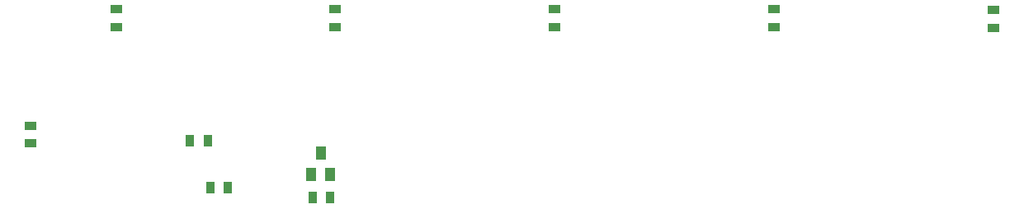
<source format=gbp>
G04*
G04 #@! TF.GenerationSoftware,Altium Limited,Altium Designer,19.1.7 (138)*
G04*
G04 Layer_Color=128*
%FSLAX25Y25*%
%MOIN*%
G70*
G01*
G75*
%ADD17R,0.03543X0.05118*%
%ADD18R,0.05118X0.03543*%
%ADD47R,0.03937X0.05512*%
D17*
X145272Y-83289D02*
D03*
X137988D02*
D03*
X194882Y-106299D02*
D03*
X187598D02*
D03*
X146260Y-102362D02*
D03*
X153543D02*
D03*
D18*
X462598Y-30118D02*
D03*
Y-37402D02*
D03*
X73819Y-77067D02*
D03*
Y-84350D02*
D03*
X196850Y-29823D02*
D03*
Y-37106D02*
D03*
X374016Y-29823D02*
D03*
Y-37106D02*
D03*
X285433Y-29823D02*
D03*
Y-37106D02*
D03*
X108268Y-29823D02*
D03*
Y-37106D02*
D03*
D47*
X190945Y-88189D02*
D03*
X187205Y-96850D02*
D03*
X194685D02*
D03*
M02*

</source>
